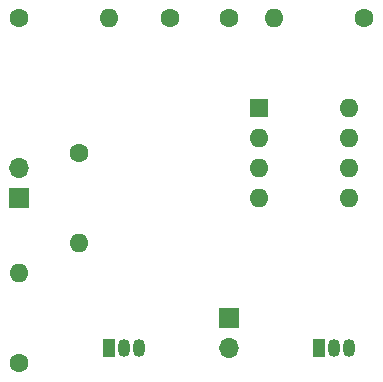
<source format=gbr>
%TF.GenerationSoftware,KiCad,Pcbnew,7.0.9*%
%TF.CreationDate,2023-11-22T20:54:51-05:00*%
%TF.ProjectId,connectivity_tester,636f6e6e-6563-4746-9976-6974795f7465,rev?*%
%TF.SameCoordinates,Original*%
%TF.FileFunction,Soldermask,Top*%
%TF.FilePolarity,Negative*%
%FSLAX46Y46*%
G04 Gerber Fmt 4.6, Leading zero omitted, Abs format (unit mm)*
G04 Created by KiCad (PCBNEW 7.0.9) date 2023-11-22 20:54:51*
%MOMM*%
%LPD*%
G01*
G04 APERTURE LIST*
%ADD10O,1.600000X1.600000*%
%ADD11R,1.600000X1.600000*%
%ADD12R,1.700000X1.700000*%
%ADD13O,1.700000X1.700000*%
%ADD14C,1.600000*%
%ADD15R,1.050000X1.500000*%
%ADD16O,1.050000X1.500000*%
G04 APERTURE END LIST*
D10*
%TO.C,555*%
X45720000Y-27940000D03*
X45720000Y-30480000D03*
X45720000Y-33020000D03*
X45720000Y-35560000D03*
X38100000Y-35560000D03*
X38100000Y-33020000D03*
X38100000Y-30480000D03*
D11*
X38100000Y-27940000D03*
%TD*%
D12*
%TO.C,SPEAK*%
X35560000Y-45720000D03*
D13*
X35560000Y-48260000D03*
%TD*%
D10*
%TO.C,R4*%
X25400000Y-20320000D03*
D14*
X17780000Y-20320000D03*
%TD*%
D10*
%TO.C,R3*%
X39370000Y-20320000D03*
D14*
X46990000Y-20320000D03*
%TD*%
D10*
%TO.C,R2*%
X22860000Y-39370000D03*
D14*
X22860000Y-31750000D03*
%TD*%
%TO.C,R1*%
X17780000Y-49530000D03*
D10*
X17780000Y-41910000D03*
%TD*%
D15*
%TO.C,Q2*%
X25400000Y-48260000D03*
D16*
X26670000Y-48260000D03*
X27940000Y-48260000D03*
%TD*%
D15*
%TO.C,Q1*%
X43180000Y-48260000D03*
D16*
X44450000Y-48260000D03*
X45720000Y-48260000D03*
%TD*%
D12*
%TO.C,PROBE*%
X17780000Y-35560000D03*
D13*
X17780000Y-33020000D03*
%TD*%
D14*
%TO.C,C1*%
X35560000Y-20320000D03*
X30560000Y-20320000D03*
%TD*%
M02*

</source>
